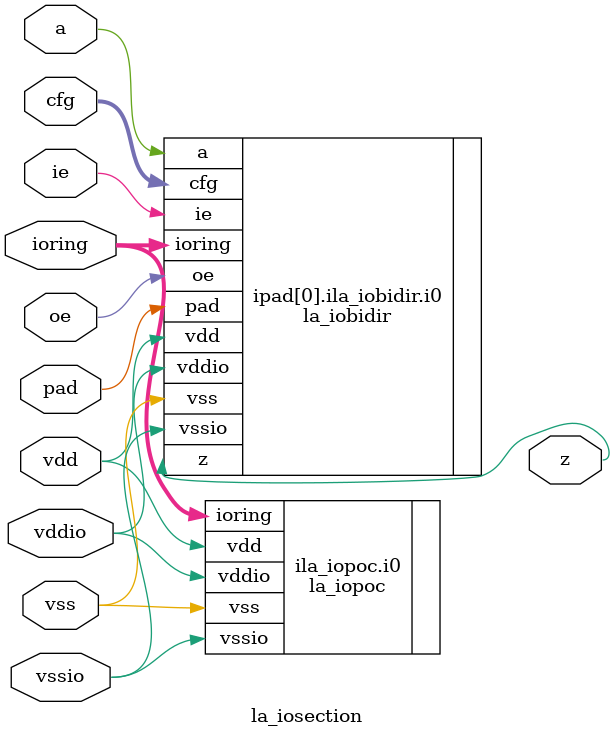
<source format=v>
/*****************************************************************************
 * Function: IO padring section
 * Copyright: Lambda Project Authors. ALl rights Reserved.
 * License:  MIT (see LICENSE file in Lambda repository)
 *
 *
 * Doc:
 *
 * 1. PINSELECT selection:
 *    0 = bidir
 *    1 = input only
 *    2 = analog signal
 *    3 = xtal
 *
 ****************************************************************************/

module la_iosection
  #(parameter [15:0]   SIDE    = "NO",  // "NO", "SO", "EA", "WE"
    parameter [4:0]    CFGW    = 8,     // width of core config bus
    parameter [4:0]    RINGW   = 8,     // width of io ring
    parameter [0:0]    ENPOC   = 1,     // 1=place poc cell
    // global settings for section
    parameter [7:0]    N       = 1,     // total cells in section
    parameter [7:0]    NSTART  = 0,     // start position for section
    parameter [7:0]    NVDDIO  = 0,     // IO supply cells
    parameter [7:0]    NVDD    = 0,     // core supply cells
    parameter [7:0]    NGND    = 0,     // ground cells
    parameter [7:0]    NCLAMP  = 0,     // clamp cells
    // options to overrride lib on per pin basis (8 bit values per pin)
    // format is {PIN255, PIN254, ..., PIN1, PIN0}
    parameter [2047:0] PINSELECT  = 0,
    parameter [2047:0] IOTYPE     = 0,
    parameter [2047:0] VDDIOTYPE  = 0,
    parameter [2047:0] VSSIOTYPE  = 0,
    parameter [2047:0] VDDTYPE    = 0,
    parameter [2047:0] VSSTYPE    = 0,
    parameter [2047:0] CLAMPTYPE  = 0,
    parameter [2047:0] POCTYPE    = 0
    )
   (// io pad signals
    inout [N-1:0]      pad, // pad
    inout 	       vss, // common ground
    // io signals
    inout 	       vdd, // core supply
    inout 	       vddio, // io supply
    inout 	       vssio, // io ground
    inout [RINGW-1:0]  ioring, // generic io-ring
    //core facing signals
    input [N-1:0]      a, // value to pad
    output [N-1:0]     z, // value from pad
    input [N-1:0]      ie, // input enable, 1 = active
    input [N-1:0]      oe, // output enable, 1 = active
    input [N*CFGW-1:0] cfg // generic config interface
    );

   genvar 	       i;

   //##########################################
   //# BIDIR GPIO BUFFERS
   //##########################################
   for(i=0;i<N;i=i+1)
     begin: ipad
	if (PINSELECT[NSTART+i*8+:8]==8'h0)
	  begin: ila_iobidir
	     la_iobidir #(.SIDE(SIDE),
			  .TYPE(IOTYPE[NSTART+8*i+:8]),
			  .CFGW(CFGW),
			  .RINGW(RINGW))
	     i0 (// Outputs
		 .z	(z[i]),
		 // Inouts
		 .pad	(pad[i]),
		 .vdd	(vdd),
		 .vss	(vss),
		 .vddio (vddio),
		 .vssio	(vssio),
		 .ioring(ioring[RINGW-1:0]),
		 // Inputs
		 .a	(a[i]),
		 .ie	(ie[i]),
		 .oe	(oe[i]),
		 .cfg	(cfg[i*CFGW+:CFGW]));
	  end // block: ila_iobidir
	else if (PINSELECT[NSTART+i*8+:8]==8'h1)
	  begin: ila_ioinput
	     la_ioinput #(.SIDE(SIDE),
			  .TYPE(IOTYPE[NSTART+8*i+:8]),
			  .RINGW(RINGW))
	     i0 (.pad    (pad[i]),
		 .vdd    (vdd),
		 .vss    (vss),
		 .vddio  (vddio),
		 .vssio  (vssio),
		 .ie	 (ie[i]),
		 .z      (z[i]),
		 .ioring (ioring[RINGW-1:0]));
	  end // block: ila_ioanalog

	else if (PINSELECT[NSTART+i*8+:8]==8'h2)
	  begin: ila_ioanalog
	     la_ioanalog #(.SIDE(SIDE),
			   .TYPE(IOTYPE[NSTART+8*i+:8]),
			   .RINGW(RINGW))
	     i0 (.pad    (pad[i]),
		 .vdd    (vdd),
		 .vss    (vss),
		 .vddio  (vddio),
		 .vssio  (vssio),
		 .a      (a[i]),
		 .z      (z[i]),
		 .ioring (ioring[RINGW-1:0]));
	  end // block: ila_ioanalog
	else if (PINSELECT[NSTART+i*8+:8]==8'h3)
	  begin
	     la_ioxtal #(.SIDE(SIDE),
			 .TYPE(IOTYPE[NSTART+8*i+:8]),
			 .RINGW(RINGW))
	     i0 (.pad    (pad[i]),
		 .vdd    (vdd),
		 .vss    (vss),
		 .vddio  (vddio),
		 .vssio  (vssio),
		 .a      (a[i]),
		 .z      (z[i]),
		 .ioring (ioring[RINGW-1:0]));
	  end
     end

   //##########################################
   //# VDDIO/VSSIO
   //##########################################

   for(i=0;i<NVDDIO;i=i+1)
     begin: ila_iovddio
	// vddio
	la_iovddio #(.SIDE(SIDE),
		     .TYPE(VDDIOTYPE[NSTART+8*i+:8]),
		     .RINGW(RINGW))
	i0 (.vdd     (vdd),
	    .vss     (vss),
	    .vddio   (vddio),
	    .vssio   (vssio),
	    .ioring  (ioring[RINGW-1:0]));
     end // block: la_iovddio

   for(i=0;i<NVDDIO;i=i+1)
     begin: ila_iovssio
	la_iovssio #(.SIDE(SIDE),
		     .TYPE(VSSIOTYPE[NSTART+8*i+:8]),
		     .RINGW(RINGW))
	i0 (.vdd     (vdd),
	    .vss     (vss),
	    .vddio   (vddio),
	    .vssio   (vssio),
	    .ioring  (ioring[RINGW-1:0]));
     end

   //##########################################
   //# VDD
   //##########################################

   for(i=0;i<NVDD;i=i+1)
     begin: ila_iovdd
	la_iovdd #(.SIDE(SIDE),
		   .TYPE(VDDTYPE[NSTART+8*i+:8]),
		   .RINGW(RINGW))
	i0 (.vdd     (vdd),
	    .vss     (vss),
	    .vddio   (vddio),
	    .vssio   (vssio),
	    .ioring  (ioring[RINGW-1:0]));
     end

   //##########################################
   //# VSS
   //##########################################

   for(i=0;i<NGND;i=i+1)
     begin: ila_iovss
	la_iovss #(.SIDE(SIDE),
		   .TYPE(VSSTYPE[NSTART+8*i+:8]),
		   .RINGW(RINGW))
	i0 (.vdd     (vdd),
	    .vss     (vss),
	    .vddio   (vddio),
	    .vssio   (vssio),
	    .ioring  (ioring[RINGW-1:0]));
     end

   //##########################################
   //# ESD CLAMP
   //##########################################

   for(i=0;i<NCLAMP;i=i+1)
     begin: ila_ioclamp
	la_ioclamp #(.SIDE(SIDE),
		     .TYPE(CLAMPTYPE[NSTART+8*i+:8]),
		     .RINGW(RINGW))
	i0 (.vdd     (vdd),
	    .vss     (vss),
	    .vddio   (vddio),
	    .vssio   (vssio),
	    .ioring  (ioring[RINGW-1:0]));
     end

   //#########################################
   //# POWER ON CONTROL
   //#########################################

   if (ENPOC)
     begin: ila_iopoc
	la_iopoc #(.SIDE(SIDE),
		   .TYPE(POCTYPE[NSTART+:8]),
		   .RINGW(RINGW))
	i0 (.vdd     (vdd),
	    .vss     (vss),
	    .vddio   (vddio),
	    .vssio   (vssio),
	    .ioring  (ioring[RINGW-1:0]));
     end // if (ENCUT)

endmodule
// Local Variables:
// verilog-library-directories:("." "../stub")
// End:

</source>
